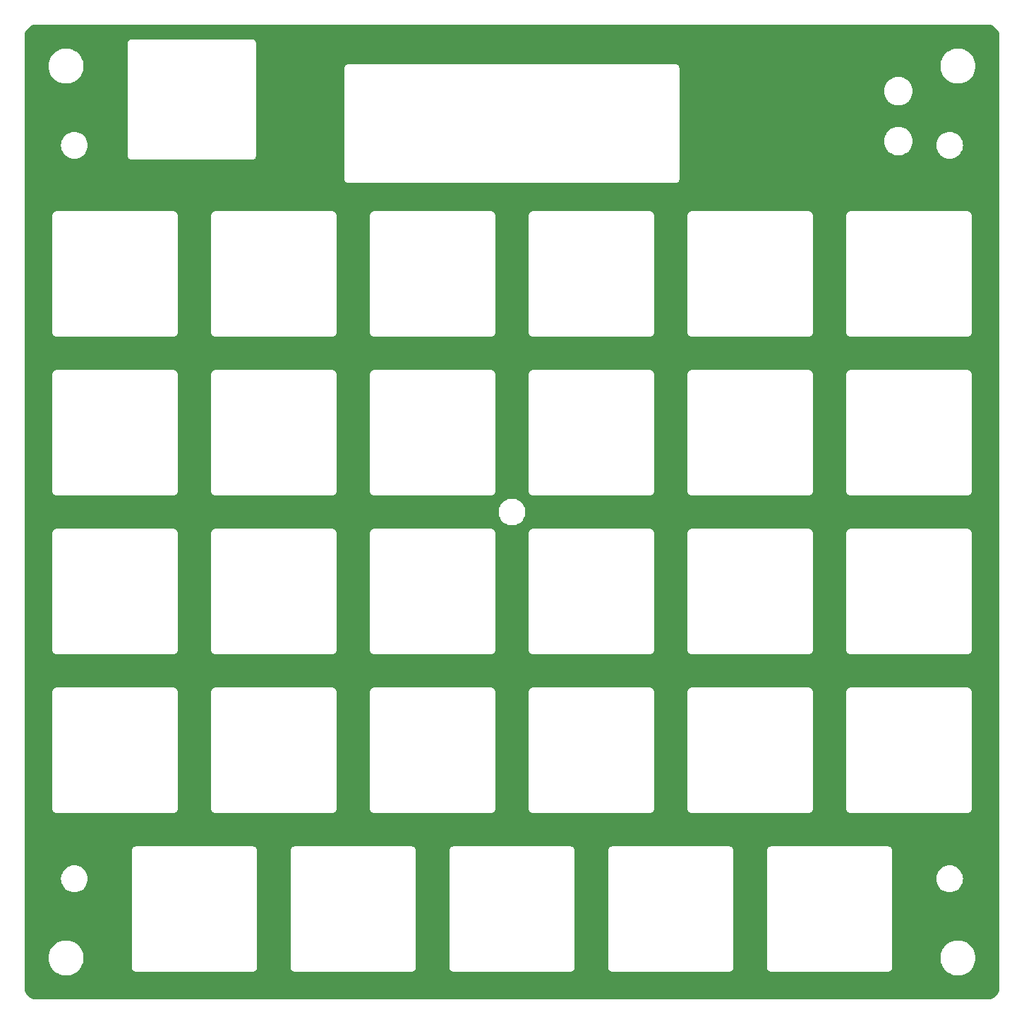
<source format=gbr>
%TF.GenerationSoftware,KiCad,Pcbnew,8.0.4*%
%TF.CreationDate,2024-09-16T13:52:17+09:00*%
%TF.ProjectId,yuiop29re-topplate,7975696f-7032-4397-9265-2d746f70706c,1*%
%TF.SameCoordinates,Original*%
%TF.FileFunction,Copper,L2,Bot*%
%TF.FilePolarity,Positive*%
%FSLAX46Y46*%
G04 Gerber Fmt 4.6, Leading zero omitted, Abs format (unit mm)*
G04 Created by KiCad (PCBNEW 8.0.4) date 2024-09-16 13:52:17*
%MOMM*%
%LPD*%
G01*
G04 APERTURE LIST*
G04 APERTURE END LIST*
%TA.AperFunction,Conductor*%
%TO.N,GND*%
G36*
X207003522Y-41500752D02*
G01*
X207028505Y-41502538D01*
X207206345Y-41515258D01*
X207220308Y-41517265D01*
X207415549Y-41559737D01*
X207429088Y-41563713D01*
X207616292Y-41633537D01*
X207629118Y-41639394D01*
X207804476Y-41735146D01*
X207816356Y-41742781D01*
X207976294Y-41862509D01*
X207986966Y-41871756D01*
X208128243Y-42013033D01*
X208137493Y-42023709D01*
X208257218Y-42183643D01*
X208264854Y-42195525D01*
X208360602Y-42370875D01*
X208366466Y-42383715D01*
X208436284Y-42570904D01*
X208440264Y-42584457D01*
X208482732Y-42779681D01*
X208484742Y-42793662D01*
X208499248Y-42996476D01*
X208499500Y-43003539D01*
X208499500Y-156996460D01*
X208499248Y-157003523D01*
X208484742Y-157206337D01*
X208482732Y-157220318D01*
X208440264Y-157415542D01*
X208436284Y-157429095D01*
X208366466Y-157616284D01*
X208360598Y-157629133D01*
X208264854Y-157804474D01*
X208257218Y-157816356D01*
X208137493Y-157976290D01*
X208128243Y-157986966D01*
X207986966Y-158128243D01*
X207976290Y-158137493D01*
X207816356Y-158257218D01*
X207804474Y-158264854D01*
X207629133Y-158360598D01*
X207616284Y-158366466D01*
X207429095Y-158436284D01*
X207415542Y-158440264D01*
X207220318Y-158482732D01*
X207206337Y-158484742D01*
X207003523Y-158499248D01*
X206996460Y-158499500D01*
X93003540Y-158499500D01*
X92996477Y-158499248D01*
X92793662Y-158484742D01*
X92779681Y-158482732D01*
X92584457Y-158440264D01*
X92570904Y-158436284D01*
X92383715Y-158366466D01*
X92370875Y-158360602D01*
X92195525Y-158264854D01*
X92183643Y-158257218D01*
X92023709Y-158137493D01*
X92013033Y-158128243D01*
X91871756Y-157986966D01*
X91862506Y-157976290D01*
X91742781Y-157816356D01*
X91735145Y-157804474D01*
X91702815Y-157745266D01*
X91639394Y-157629118D01*
X91633537Y-157616292D01*
X91563713Y-157429088D01*
X91559737Y-157415549D01*
X91517265Y-157220308D01*
X91515258Y-157206345D01*
X91500752Y-157003522D01*
X91500500Y-156996460D01*
X91500500Y-153499996D01*
X94394592Y-153499996D01*
X94394592Y-153500003D01*
X94414201Y-153786682D01*
X94414202Y-153786686D01*
X94472666Y-154068032D01*
X94496431Y-154134900D01*
X94568895Y-154338795D01*
X94701098Y-154593934D01*
X94866734Y-154828590D01*
X94866811Y-154828698D01*
X95062947Y-155038708D01*
X95285853Y-155220055D01*
X95285859Y-155220059D01*
X95285861Y-155220060D01*
X95531370Y-155369358D01*
X95531382Y-155369365D01*
X95718237Y-155450526D01*
X95794942Y-155483844D01*
X96071642Y-155561371D01*
X96356322Y-155600500D01*
X96356328Y-155600500D01*
X96643672Y-155600500D01*
X96643678Y-155600500D01*
X96928358Y-155561371D01*
X97205058Y-155483844D01*
X97366351Y-155413784D01*
X97468617Y-155369365D01*
X97468620Y-155369362D01*
X97468625Y-155369361D01*
X97714147Y-155220055D01*
X97937053Y-155038708D01*
X98133189Y-154828698D01*
X98298901Y-154593936D01*
X98431104Y-154338797D01*
X98527334Y-154068032D01*
X98585798Y-153786686D01*
X98605408Y-153500000D01*
X98585798Y-153213314D01*
X98527334Y-152931968D01*
X98431104Y-152661203D01*
X98298901Y-152406064D01*
X98133189Y-152171302D01*
X97937053Y-151961292D01*
X97714147Y-151779945D01*
X97714142Y-151779942D01*
X97714138Y-151779939D01*
X97468629Y-151630641D01*
X97468617Y-151630634D01*
X97205063Y-151516158D01*
X97205061Y-151516157D01*
X97205058Y-151516156D01*
X96928358Y-151438629D01*
X96643678Y-151399500D01*
X96356322Y-151399500D01*
X96071642Y-151438629D01*
X95794942Y-151516156D01*
X95794939Y-151516156D01*
X95794936Y-151516158D01*
X95531382Y-151630634D01*
X95531370Y-151630641D01*
X95285861Y-151779939D01*
X95285847Y-151779949D01*
X95062952Y-151961287D01*
X95062951Y-151961288D01*
X94866810Y-152171303D01*
X94866805Y-152171309D01*
X94701098Y-152406065D01*
X94568895Y-152661204D01*
X94534042Y-152759272D01*
X94476498Y-152921188D01*
X94472665Y-152931972D01*
X94414203Y-153213308D01*
X94414201Y-153213317D01*
X94394592Y-153499996D01*
X91500500Y-153499996D01*
X91500500Y-144000000D01*
X95894551Y-144000000D01*
X95914316Y-144251146D01*
X95973127Y-144496113D01*
X96069532Y-144728856D01*
X96069535Y-144728862D01*
X96201162Y-144943656D01*
X96201164Y-144943659D01*
X96364776Y-145135224D01*
X96556341Y-145298836D01*
X96556343Y-145298837D01*
X96771137Y-145430464D01*
X96771143Y-145430467D01*
X97003887Y-145526872D01*
X97003889Y-145526873D01*
X97248852Y-145585683D01*
X97500000Y-145605449D01*
X97751148Y-145585683D01*
X97996111Y-145526873D01*
X98228859Y-145430466D01*
X98443659Y-145298836D01*
X98635224Y-145135224D01*
X98798836Y-144943659D01*
X98930466Y-144728859D01*
X99026873Y-144496111D01*
X99085683Y-144251148D01*
X99105449Y-144000000D01*
X99085683Y-143748852D01*
X99026873Y-143503889D01*
X98930466Y-143271141D01*
X98798836Y-143056341D01*
X98635224Y-142864776D01*
X98635217Y-142864770D01*
X98635214Y-142864767D01*
X98443664Y-142701168D01*
X98443656Y-142701162D01*
X98228862Y-142569535D01*
X98228856Y-142569532D01*
X97996112Y-142473127D01*
X97996113Y-142473127D01*
X97751146Y-142414316D01*
X97500000Y-142394551D01*
X97248853Y-142414316D01*
X97003886Y-142473127D01*
X96771143Y-142569532D01*
X96771137Y-142569535D01*
X96556343Y-142701162D01*
X96556335Y-142701168D01*
X96364785Y-142864767D01*
X96364767Y-142864785D01*
X96201168Y-143056335D01*
X96201162Y-143056343D01*
X96069535Y-143271137D01*
X96069532Y-143271143D01*
X95973127Y-143503886D01*
X95914316Y-143748853D01*
X95894551Y-144000000D01*
X91500500Y-144000000D01*
X91500500Y-140548708D01*
X104389100Y-140548708D01*
X104389100Y-154569508D01*
X104389100Y-154701292D01*
X104419179Y-154813551D01*
X104423209Y-154828590D01*
X104489096Y-154942709D01*
X104489098Y-154942711D01*
X104489100Y-154942714D01*
X104582286Y-155035900D01*
X104582288Y-155035901D01*
X104582290Y-155035903D01*
X104696410Y-155101790D01*
X104696408Y-155101790D01*
X104696412Y-155101791D01*
X104696414Y-155101792D01*
X104823708Y-155135900D01*
X104823710Y-155135900D01*
X118976290Y-155135900D01*
X118976292Y-155135900D01*
X119103586Y-155101792D01*
X119103588Y-155101790D01*
X119103590Y-155101790D01*
X119217709Y-155035903D01*
X119217709Y-155035902D01*
X119217714Y-155035900D01*
X119310900Y-154942714D01*
X119310903Y-154942709D01*
X119376790Y-154828590D01*
X119376790Y-154828588D01*
X119376792Y-154828586D01*
X119410900Y-154701292D01*
X119410900Y-140548708D01*
X123439100Y-140548708D01*
X123439100Y-154569508D01*
X123439100Y-154701292D01*
X123469179Y-154813551D01*
X123473209Y-154828590D01*
X123539096Y-154942709D01*
X123539098Y-154942711D01*
X123539100Y-154942714D01*
X123632286Y-155035900D01*
X123632288Y-155035901D01*
X123632290Y-155035903D01*
X123746410Y-155101790D01*
X123746408Y-155101790D01*
X123746412Y-155101791D01*
X123746414Y-155101792D01*
X123873708Y-155135900D01*
X123873710Y-155135900D01*
X138026290Y-155135900D01*
X138026292Y-155135900D01*
X138153586Y-155101792D01*
X138153588Y-155101790D01*
X138153590Y-155101790D01*
X138267709Y-155035903D01*
X138267709Y-155035902D01*
X138267714Y-155035900D01*
X138360900Y-154942714D01*
X138360903Y-154942709D01*
X138426790Y-154828590D01*
X138426790Y-154828588D01*
X138426792Y-154828586D01*
X138460900Y-154701292D01*
X138460900Y-140548708D01*
X142489100Y-140548708D01*
X142489100Y-154569508D01*
X142489100Y-154701292D01*
X142519179Y-154813551D01*
X142523209Y-154828590D01*
X142589096Y-154942709D01*
X142589098Y-154942711D01*
X142589100Y-154942714D01*
X142682286Y-155035900D01*
X142682288Y-155035901D01*
X142682290Y-155035903D01*
X142796410Y-155101790D01*
X142796408Y-155101790D01*
X142796412Y-155101791D01*
X142796414Y-155101792D01*
X142923708Y-155135900D01*
X142923710Y-155135900D01*
X157076290Y-155135900D01*
X157076292Y-155135900D01*
X157203586Y-155101792D01*
X157203588Y-155101790D01*
X157203590Y-155101790D01*
X157317709Y-155035903D01*
X157317709Y-155035902D01*
X157317714Y-155035900D01*
X157410900Y-154942714D01*
X157410903Y-154942709D01*
X157476790Y-154828590D01*
X157476790Y-154828588D01*
X157476792Y-154828586D01*
X157510900Y-154701292D01*
X157510900Y-140548708D01*
X161539100Y-140548708D01*
X161539100Y-154569508D01*
X161539100Y-154701292D01*
X161569179Y-154813551D01*
X161573209Y-154828590D01*
X161639096Y-154942709D01*
X161639098Y-154942711D01*
X161639100Y-154942714D01*
X161732286Y-155035900D01*
X161732288Y-155035901D01*
X161732290Y-155035903D01*
X161846410Y-155101790D01*
X161846408Y-155101790D01*
X161846412Y-155101791D01*
X161846414Y-155101792D01*
X161973708Y-155135900D01*
X161973710Y-155135900D01*
X176126290Y-155135900D01*
X176126292Y-155135900D01*
X176253586Y-155101792D01*
X176253588Y-155101790D01*
X176253590Y-155101790D01*
X176367709Y-155035903D01*
X176367709Y-155035902D01*
X176367714Y-155035900D01*
X176460900Y-154942714D01*
X176460903Y-154942709D01*
X176526790Y-154828590D01*
X176526790Y-154828588D01*
X176526792Y-154828586D01*
X176560900Y-154701292D01*
X176560900Y-140548708D01*
X180589100Y-140548708D01*
X180589100Y-154569508D01*
X180589100Y-154701292D01*
X180619179Y-154813551D01*
X180623209Y-154828590D01*
X180689096Y-154942709D01*
X180689098Y-154942711D01*
X180689100Y-154942714D01*
X180782286Y-155035900D01*
X180782288Y-155035901D01*
X180782290Y-155035903D01*
X180896410Y-155101790D01*
X180896408Y-155101790D01*
X180896412Y-155101791D01*
X180896414Y-155101792D01*
X181023708Y-155135900D01*
X181023710Y-155135900D01*
X195176290Y-155135900D01*
X195176292Y-155135900D01*
X195303586Y-155101792D01*
X195303588Y-155101790D01*
X195303590Y-155101790D01*
X195417709Y-155035903D01*
X195417709Y-155035902D01*
X195417714Y-155035900D01*
X195510900Y-154942714D01*
X195510903Y-154942709D01*
X195576790Y-154828590D01*
X195576790Y-154828588D01*
X195576792Y-154828586D01*
X195610900Y-154701292D01*
X195610900Y-153499996D01*
X201394592Y-153499996D01*
X201394592Y-153500003D01*
X201414201Y-153786682D01*
X201414202Y-153786686D01*
X201472666Y-154068032D01*
X201496431Y-154134900D01*
X201568895Y-154338795D01*
X201701098Y-154593934D01*
X201866734Y-154828590D01*
X201866811Y-154828698D01*
X202062947Y-155038708D01*
X202285853Y-155220055D01*
X202285859Y-155220059D01*
X202285861Y-155220060D01*
X202531370Y-155369358D01*
X202531382Y-155369365D01*
X202718237Y-155450526D01*
X202794942Y-155483844D01*
X203071642Y-155561371D01*
X203356322Y-155600500D01*
X203356328Y-155600500D01*
X203643672Y-155600500D01*
X203643678Y-155600500D01*
X203928358Y-155561371D01*
X204205058Y-155483844D01*
X204366351Y-155413784D01*
X204468617Y-155369365D01*
X204468620Y-155369362D01*
X204468625Y-155369361D01*
X204714147Y-155220055D01*
X204937053Y-155038708D01*
X205133189Y-154828698D01*
X205298901Y-154593936D01*
X205431104Y-154338797D01*
X205527334Y-154068032D01*
X205585798Y-153786686D01*
X205605408Y-153500000D01*
X205585798Y-153213314D01*
X205527334Y-152931968D01*
X205431104Y-152661203D01*
X205298901Y-152406064D01*
X205133189Y-152171302D01*
X204937053Y-151961292D01*
X204714147Y-151779945D01*
X204714142Y-151779942D01*
X204714138Y-151779939D01*
X204468629Y-151630641D01*
X204468617Y-151630634D01*
X204205063Y-151516158D01*
X204205061Y-151516157D01*
X204205058Y-151516156D01*
X203928358Y-151438629D01*
X203643678Y-151399500D01*
X203356322Y-151399500D01*
X203071642Y-151438629D01*
X202794942Y-151516156D01*
X202794939Y-151516156D01*
X202794936Y-151516158D01*
X202531382Y-151630634D01*
X202531370Y-151630641D01*
X202285861Y-151779939D01*
X202285847Y-151779949D01*
X202062952Y-151961287D01*
X202062951Y-151961288D01*
X201866810Y-152171303D01*
X201866805Y-152171309D01*
X201701098Y-152406065D01*
X201568895Y-152661204D01*
X201534042Y-152759272D01*
X201476498Y-152921188D01*
X201472665Y-152931972D01*
X201414203Y-153213308D01*
X201414201Y-153213317D01*
X201394592Y-153499996D01*
X195610900Y-153499996D01*
X195610900Y-144000000D01*
X200894551Y-144000000D01*
X200914316Y-144251146D01*
X200973127Y-144496113D01*
X201069532Y-144728856D01*
X201069535Y-144728862D01*
X201201162Y-144943656D01*
X201201164Y-144943659D01*
X201364776Y-145135224D01*
X201556341Y-145298836D01*
X201556343Y-145298837D01*
X201771137Y-145430464D01*
X201771143Y-145430467D01*
X202003887Y-145526872D01*
X202003889Y-145526873D01*
X202248852Y-145585683D01*
X202500000Y-145605449D01*
X202751148Y-145585683D01*
X202996111Y-145526873D01*
X203228859Y-145430466D01*
X203443659Y-145298836D01*
X203635224Y-145135224D01*
X203798836Y-144943659D01*
X203930466Y-144728859D01*
X204026873Y-144496111D01*
X204085683Y-144251148D01*
X204105449Y-144000000D01*
X204085683Y-143748852D01*
X204026873Y-143503889D01*
X203930466Y-143271141D01*
X203798836Y-143056341D01*
X203635224Y-142864776D01*
X203635217Y-142864770D01*
X203635214Y-142864767D01*
X203443664Y-142701168D01*
X203443656Y-142701162D01*
X203228862Y-142569535D01*
X203228856Y-142569532D01*
X202996112Y-142473127D01*
X202996113Y-142473127D01*
X202751146Y-142414316D01*
X202500000Y-142394551D01*
X202248853Y-142414316D01*
X202003886Y-142473127D01*
X201771143Y-142569532D01*
X201771137Y-142569535D01*
X201556343Y-142701162D01*
X201556335Y-142701168D01*
X201364785Y-142864767D01*
X201364767Y-142864785D01*
X201201168Y-143056335D01*
X201201162Y-143056343D01*
X201069535Y-143271137D01*
X201069532Y-143271143D01*
X200973127Y-143503886D01*
X200914316Y-143748853D01*
X200894551Y-144000000D01*
X195610900Y-144000000D01*
X195610900Y-140548708D01*
X195576792Y-140421414D01*
X195576790Y-140421411D01*
X195576790Y-140421409D01*
X195510903Y-140307290D01*
X195510901Y-140307288D01*
X195510900Y-140307286D01*
X195417714Y-140214100D01*
X195417711Y-140214098D01*
X195417709Y-140214096D01*
X195303589Y-140148209D01*
X195303591Y-140148209D01*
X195254199Y-140134975D01*
X195176292Y-140114100D01*
X181155492Y-140114100D01*
X181023708Y-140114100D01*
X180945800Y-140134975D01*
X180896409Y-140148209D01*
X180782290Y-140214096D01*
X180689096Y-140307290D01*
X180623209Y-140421409D01*
X180623208Y-140421414D01*
X180589100Y-140548708D01*
X176560900Y-140548708D01*
X176526792Y-140421414D01*
X176526790Y-140421411D01*
X176526790Y-140421409D01*
X176460903Y-140307290D01*
X176460901Y-140307288D01*
X176460900Y-140307286D01*
X176367714Y-140214100D01*
X176367711Y-140214098D01*
X176367709Y-140214096D01*
X176253589Y-140148209D01*
X176253591Y-140148209D01*
X176204199Y-140134975D01*
X176126292Y-140114100D01*
X162105492Y-140114100D01*
X161973708Y-140114100D01*
X161895800Y-140134975D01*
X161846409Y-140148209D01*
X161732290Y-140214096D01*
X161639096Y-140307290D01*
X161573209Y-140421409D01*
X161573208Y-140421414D01*
X161539100Y-140548708D01*
X157510900Y-140548708D01*
X157476792Y-140421414D01*
X157476790Y-140421411D01*
X157476790Y-140421409D01*
X157410903Y-140307290D01*
X157410901Y-140307288D01*
X157410900Y-140307286D01*
X157317714Y-140214100D01*
X157317711Y-140214098D01*
X157317709Y-140214096D01*
X157203589Y-140148209D01*
X157203591Y-140148209D01*
X157154199Y-140134975D01*
X157076292Y-140114100D01*
X143055492Y-140114100D01*
X142923708Y-140114100D01*
X142845800Y-140134975D01*
X142796409Y-140148209D01*
X142682290Y-140214096D01*
X142589096Y-140307290D01*
X142523209Y-140421409D01*
X142523208Y-140421414D01*
X142489100Y-140548708D01*
X138460900Y-140548708D01*
X138426792Y-140421414D01*
X138426790Y-140421411D01*
X138426790Y-140421409D01*
X138360903Y-140307290D01*
X138360901Y-140307288D01*
X138360900Y-140307286D01*
X138267714Y-140214100D01*
X138267711Y-140214098D01*
X138267709Y-140214096D01*
X138153589Y-140148209D01*
X138153591Y-140148209D01*
X138104199Y-140134975D01*
X138026292Y-140114100D01*
X124005492Y-140114100D01*
X123873708Y-140114100D01*
X123795800Y-140134975D01*
X123746409Y-140148209D01*
X123632290Y-140214096D01*
X123539096Y-140307290D01*
X123473209Y-140421409D01*
X123473208Y-140421414D01*
X123439100Y-140548708D01*
X119410900Y-140548708D01*
X119376792Y-140421414D01*
X119376790Y-140421411D01*
X119376790Y-140421409D01*
X119310903Y-140307290D01*
X119310901Y-140307288D01*
X119310900Y-140307286D01*
X119217714Y-140214100D01*
X119217711Y-140214098D01*
X119217709Y-140214096D01*
X119103589Y-140148209D01*
X119103591Y-140148209D01*
X119054199Y-140134975D01*
X118976292Y-140114100D01*
X104955492Y-140114100D01*
X104823708Y-140114100D01*
X104745800Y-140134975D01*
X104696409Y-140148209D01*
X104582290Y-140214096D01*
X104489096Y-140307290D01*
X104423209Y-140421409D01*
X104423208Y-140421414D01*
X104389100Y-140548708D01*
X91500500Y-140548708D01*
X91500500Y-121498708D01*
X94864100Y-121498708D01*
X94864100Y-135519508D01*
X94864100Y-135651292D01*
X94894179Y-135763551D01*
X94898209Y-135778590D01*
X94964096Y-135892709D01*
X94964098Y-135892711D01*
X94964100Y-135892714D01*
X95057286Y-135985900D01*
X95057288Y-135985901D01*
X95057290Y-135985903D01*
X95171410Y-136051790D01*
X95171408Y-136051790D01*
X95171412Y-136051791D01*
X95171414Y-136051792D01*
X95298708Y-136085900D01*
X95298710Y-136085900D01*
X109451290Y-136085900D01*
X109451292Y-136085900D01*
X109578586Y-136051792D01*
X109578588Y-136051790D01*
X109578590Y-136051790D01*
X109692709Y-135985903D01*
X109692709Y-135985902D01*
X109692714Y-135985900D01*
X109785900Y-135892714D01*
X109851792Y-135778586D01*
X109885900Y-135651292D01*
X109885900Y-121498708D01*
X113914100Y-121498708D01*
X113914100Y-135519508D01*
X113914100Y-135651292D01*
X113944179Y-135763551D01*
X113948209Y-135778590D01*
X114014096Y-135892709D01*
X114014098Y-135892711D01*
X114014100Y-135892714D01*
X114107286Y-135985900D01*
X114107288Y-135985901D01*
X114107290Y-135985903D01*
X114221410Y-136051790D01*
X114221408Y-136051790D01*
X114221412Y-136051791D01*
X114221414Y-136051792D01*
X114348708Y-136085900D01*
X114348710Y-136085900D01*
X128501290Y-136085900D01*
X128501292Y-136085900D01*
X128628586Y-136051792D01*
X128628588Y-136051790D01*
X128628590Y-136051790D01*
X128742709Y-135985903D01*
X128742709Y-135985902D01*
X128742714Y-135985900D01*
X128835900Y-135892714D01*
X128901792Y-135778586D01*
X128935900Y-135651292D01*
X128935900Y-121498708D01*
X132964100Y-121498708D01*
X132964100Y-135519508D01*
X132964100Y-135651292D01*
X132994179Y-135763551D01*
X132998209Y-135778590D01*
X133064096Y-135892709D01*
X133064098Y-135892711D01*
X133064100Y-135892714D01*
X133157286Y-135985900D01*
X133157288Y-135985901D01*
X133157290Y-135985903D01*
X133271410Y-136051790D01*
X133271408Y-136051790D01*
X133271412Y-136051791D01*
X133271414Y-136051792D01*
X133398708Y-136085900D01*
X133398710Y-136085900D01*
X147551290Y-136085900D01*
X147551292Y-136085900D01*
X147678586Y-136051792D01*
X147678588Y-136051790D01*
X147678590Y-136051790D01*
X147792709Y-135985903D01*
X147792709Y-135985902D01*
X147792714Y-135985900D01*
X147885900Y-135892714D01*
X147951792Y-135778586D01*
X147985900Y-135651292D01*
X147985900Y-121498708D01*
X152014100Y-121498708D01*
X152014100Y-135519508D01*
X152014100Y-135651292D01*
X152044179Y-135763551D01*
X152048209Y-135778590D01*
X152114096Y-135892709D01*
X152114098Y-135892711D01*
X152114100Y-135892714D01*
X152207286Y-135985900D01*
X152207288Y-135985901D01*
X152207290Y-135985903D01*
X152321410Y-136051790D01*
X152321408Y-136051790D01*
X152321412Y-136051791D01*
X152321414Y-136051792D01*
X152448708Y-136085900D01*
X152448710Y-136085900D01*
X166601290Y-136085900D01*
X166601292Y-136085900D01*
X166728586Y-136051792D01*
X166728588Y-136051790D01*
X166728590Y-136051790D01*
X166842709Y-135985903D01*
X166842709Y-135985902D01*
X166842714Y-135985900D01*
X166935900Y-135892714D01*
X167001792Y-135778586D01*
X167035900Y-135651292D01*
X167035900Y-121498708D01*
X171064100Y-121498708D01*
X171064100Y-135519508D01*
X171064100Y-135651292D01*
X171094179Y-135763551D01*
X171098209Y-135778590D01*
X171164096Y-135892709D01*
X171164098Y-135892711D01*
X171164100Y-135892714D01*
X171257286Y-135985900D01*
X171257288Y-135985901D01*
X171257290Y-135985903D01*
X171371410Y-136051790D01*
X171371408Y-136051790D01*
X171371412Y-136051791D01*
X171371414Y-136051792D01*
X171498708Y-136085900D01*
X171498710Y-136085900D01*
X185651290Y-136085900D01*
X185651292Y-136085900D01*
X185778586Y-136051792D01*
X185778588Y-136051790D01*
X185778590Y-136051790D01*
X185892709Y-135985903D01*
X185892709Y-135985902D01*
X185892714Y-135985900D01*
X185985900Y-135892714D01*
X186051792Y-135778586D01*
X186085900Y-135651292D01*
X186085900Y-121498708D01*
X190114100Y-121498708D01*
X190114100Y-135519508D01*
X190114100Y-135651292D01*
X190144179Y-135763551D01*
X190148209Y-135778590D01*
X190214096Y-135892709D01*
X190214098Y-135892711D01*
X190214100Y-135892714D01*
X190307286Y-135985900D01*
X190307288Y-135985901D01*
X190307290Y-135985903D01*
X190421410Y-136051790D01*
X190421408Y-136051790D01*
X190421412Y-136051791D01*
X190421414Y-136051792D01*
X190548708Y-136085900D01*
X190548710Y-136085900D01*
X204701290Y-136085900D01*
X204701292Y-136085900D01*
X204828586Y-136051792D01*
X204828588Y-136051790D01*
X204828590Y-136051790D01*
X204942709Y-135985903D01*
X204942709Y-135985902D01*
X204942714Y-135985900D01*
X205035900Y-135892714D01*
X205101792Y-135778586D01*
X205135900Y-135651292D01*
X205135900Y-121498708D01*
X205101792Y-121371414D01*
X205101790Y-121371411D01*
X205101790Y-121371409D01*
X205035903Y-121257290D01*
X205035901Y-121257288D01*
X205035900Y-121257286D01*
X204942714Y-121164100D01*
X204942711Y-121164098D01*
X204942709Y-121164096D01*
X204828589Y-121098209D01*
X204828591Y-121098209D01*
X204779199Y-121084975D01*
X204701292Y-121064100D01*
X190680492Y-121064100D01*
X190548708Y-121064100D01*
X190470800Y-121084975D01*
X190421409Y-121098209D01*
X190307290Y-121164096D01*
X190214096Y-121257290D01*
X190148209Y-121371409D01*
X190148208Y-121371414D01*
X190114100Y-121498708D01*
X186085900Y-121498708D01*
X186051792Y-121371414D01*
X186051790Y-121371411D01*
X186051790Y-121371409D01*
X185985903Y-121257290D01*
X185985901Y-121257288D01*
X185985900Y-121257286D01*
X185892714Y-121164100D01*
X185892711Y-121164098D01*
X185892709Y-121164096D01*
X185778589Y-121098209D01*
X185778591Y-121098209D01*
X185729199Y-121084975D01*
X185651292Y-121064100D01*
X171630492Y-121064100D01*
X171498708Y-121064100D01*
X171420800Y-121084975D01*
X171371409Y-121098209D01*
X171257290Y-121164096D01*
X171164096Y-121257290D01*
X171098209Y-121371409D01*
X171098208Y-121371414D01*
X171064100Y-121498708D01*
X167035900Y-121498708D01*
X167001792Y-121371414D01*
X167001790Y-121371411D01*
X167001790Y-121371409D01*
X166935903Y-121257290D01*
X166935901Y-121257288D01*
X166935900Y-121257286D01*
X166842714Y-121164100D01*
X166842711Y-121164098D01*
X166842709Y-121164096D01*
X166728589Y-121098209D01*
X166728591Y-121098209D01*
X166679199Y-121084975D01*
X166601292Y-121064100D01*
X152580492Y-121064100D01*
X152448708Y-121064100D01*
X152370800Y-121084975D01*
X152321409Y-121098209D01*
X152207290Y-121164096D01*
X152114096Y-121257290D01*
X152048209Y-121371409D01*
X152048208Y-121371414D01*
X152014100Y-121498708D01*
X147985900Y-121498708D01*
X147951792Y-121371414D01*
X147951790Y-121371411D01*
X147951790Y-121371409D01*
X147885903Y-121257290D01*
X147885901Y-121257288D01*
X147885900Y-121257286D01*
X147792714Y-121164100D01*
X147792711Y-121164098D01*
X147792709Y-121164096D01*
X147678589Y-121098209D01*
X147678591Y-121098209D01*
X147629199Y-121084975D01*
X147551292Y-121064100D01*
X133530492Y-121064100D01*
X133398708Y-121064100D01*
X133320800Y-121084975D01*
X133271409Y-121098209D01*
X133157290Y-121164096D01*
X133064096Y-121257290D01*
X132998209Y-121371409D01*
X132998208Y-121371414D01*
X132964100Y-121498708D01*
X128935900Y-121498708D01*
X128901792Y-121371414D01*
X128901790Y-121371411D01*
X128901790Y-121371409D01*
X128835903Y-121257290D01*
X128835901Y-121257288D01*
X128835900Y-121257286D01*
X128742714Y-121164100D01*
X128742711Y-121164098D01*
X128742709Y-121164096D01*
X128628589Y-121098209D01*
X128628591Y-121098209D01*
X128579199Y-121084975D01*
X128501292Y-121064100D01*
X114480492Y-121064100D01*
X114348708Y-121064100D01*
X114270800Y-121084975D01*
X114221409Y-121098209D01*
X114107290Y-121164096D01*
X114014096Y-121257290D01*
X113948209Y-121371409D01*
X113948208Y-121371414D01*
X113914100Y-121498708D01*
X109885900Y-121498708D01*
X109851792Y-121371414D01*
X109851790Y-121371411D01*
X109851790Y-121371409D01*
X109785903Y-121257290D01*
X109785901Y-121257288D01*
X109785900Y-121257286D01*
X109692714Y-121164100D01*
X109692711Y-121164098D01*
X109692709Y-121164096D01*
X109578589Y-121098209D01*
X109578591Y-121098209D01*
X109529199Y-121084975D01*
X109451292Y-121064100D01*
X95430492Y-121064100D01*
X95298708Y-121064100D01*
X95220800Y-121084975D01*
X95171409Y-121098209D01*
X95057290Y-121164096D01*
X94964096Y-121257290D01*
X94898209Y-121371409D01*
X94898208Y-121371414D01*
X94864100Y-121498708D01*
X91500500Y-121498708D01*
X91500500Y-102448708D01*
X94864100Y-102448708D01*
X94864100Y-116469508D01*
X94864100Y-116601292D01*
X94894179Y-116713551D01*
X94898209Y-116728590D01*
X94964096Y-116842709D01*
X94964098Y-116842711D01*
X94964100Y-116842714D01*
X95057286Y-116935900D01*
X95057288Y-116935901D01*
X95057290Y-116935903D01*
X95171410Y-117001790D01*
X95171408Y-117001790D01*
X95171412Y-117001791D01*
X95171414Y-117001792D01*
X95298708Y-117035900D01*
X95298710Y-117035900D01*
X109451290Y-117035900D01*
X109451292Y-117035900D01*
X109578586Y-117001792D01*
X109578588Y-117001790D01*
X109578590Y-117001790D01*
X109692709Y-116935903D01*
X109692709Y-116935902D01*
X109692714Y-116935900D01*
X109785900Y-116842714D01*
X109851792Y-116728586D01*
X109885900Y-116601292D01*
X109885900Y-102448708D01*
X113914100Y-102448708D01*
X113914100Y-116469508D01*
X113914100Y-116601292D01*
X113944179Y-116713551D01*
X113948209Y-116728590D01*
X114014096Y-116842709D01*
X114014098Y-116842711D01*
X114014100Y-116842714D01*
X114107286Y-116935900D01*
X114107288Y-116935901D01*
X114107290Y-116935903D01*
X114221410Y-117001790D01*
X114221408Y-117001790D01*
X114221412Y-117001791D01*
X114221414Y-117001792D01*
X114348708Y-117035900D01*
X114348710Y-117035900D01*
X128501290Y-117035900D01*
X128501292Y-117035900D01*
X128628586Y-117001792D01*
X128628588Y-117001790D01*
X128628590Y-117001790D01*
X128742709Y-116935903D01*
X128742709Y-116935902D01*
X128742714Y-116935900D01*
X128835900Y-116842714D01*
X128901792Y-116728586D01*
X128935900Y-116601292D01*
X128935900Y-102448708D01*
X132964100Y-102448708D01*
X132964100Y-116469508D01*
X132964100Y-116601292D01*
X132994179Y-116713551D01*
X132998209Y-116728590D01*
X133064096Y-116842709D01*
X133064098Y-116842711D01*
X133064100Y-116842714D01*
X133157286Y-116935900D01*
X133157288Y-116935901D01*
X133157290Y-116935903D01*
X133271410Y-117001790D01*
X133271408Y-117001790D01*
X133271412Y-117001791D01*
X133271414Y-117001792D01*
X133398708Y-117035900D01*
X133398710Y-117035900D01*
X147551290Y-117035900D01*
X147551292Y-117035900D01*
X147678586Y-117001792D01*
X147678588Y-117001790D01*
X147678590Y-117001790D01*
X147792709Y-116935903D01*
X147792709Y-116935902D01*
X147792714Y-116935900D01*
X147885900Y-116842714D01*
X147951792Y-116728586D01*
X147985900Y-116601292D01*
X147985900Y-102448708D01*
X152014100Y-102448708D01*
X152014100Y-116469508D01*
X152014100Y-116601292D01*
X152044179Y-116713551D01*
X152048209Y-116728590D01*
X152114096Y-116842709D01*
X152114098Y-116842711D01*
X152114100Y-116842714D01*
X152207286Y-116935900D01*
X152207288Y-116935901D01*
X152207290Y-116935903D01*
X152321410Y-117001790D01*
X152321408Y-117001790D01*
X152321412Y-117001791D01*
X152321414Y-117001792D01*
X152448708Y-117035900D01*
X152448710Y-117035900D01*
X166601290Y-117035900D01*
X166601292Y-117035900D01*
X166728586Y-117001792D01*
X166728588Y-117001790D01*
X166728590Y-117001790D01*
X166842709Y-116935903D01*
X166842709Y-116935902D01*
X166842714Y-116935900D01*
X166935900Y-116842714D01*
X167001792Y-116728586D01*
X167035900Y-116601292D01*
X167035900Y-102448708D01*
X171064100Y-102448708D01*
X171064100Y-116469508D01*
X171064100Y-116601292D01*
X171094179Y-116713551D01*
X171098209Y-116728590D01*
X171164096Y-116842709D01*
X171164098Y-116842711D01*
X171164100Y-116842714D01*
X171257286Y-116935900D01*
X171257288Y-116935901D01*
X171257290Y-116935903D01*
X171371410Y-117001790D01*
X171371408Y-117001790D01*
X171371412Y-117001791D01*
X171371414Y-117001792D01*
X171498708Y-117035900D01*
X171498710Y-117035900D01*
X185651290Y-117035900D01*
X185651292Y-117035900D01*
X185778586Y-117001792D01*
X185778588Y-117001790D01*
X185778590Y-117001790D01*
X185892709Y-116935903D01*
X185892709Y-116935902D01*
X185892714Y-116935900D01*
X185985900Y-116842714D01*
X186051792Y-116728586D01*
X186085900Y-116601292D01*
X186085900Y-102448708D01*
X190114100Y-102448708D01*
X190114100Y-116469508D01*
X190114100Y-116601292D01*
X190144179Y-116713551D01*
X190148209Y-116728590D01*
X190214096Y-116842709D01*
X190214098Y-116842711D01*
X190214100Y-116842714D01*
X190307286Y-116935900D01*
X190307288Y-116935901D01*
X190307290Y-116935903D01*
X190421410Y-117001790D01*
X190421408Y-117001790D01*
X190421412Y-117001791D01*
X190421414Y-117001792D01*
X190548708Y-117035900D01*
X190548710Y-117035900D01*
X204701290Y-117035900D01*
X204701292Y-117035900D01*
X204828586Y-117001792D01*
X204828588Y-117001790D01*
X204828590Y-117001790D01*
X204942709Y-116935903D01*
X204942709Y-116935902D01*
X204942714Y-116935900D01*
X205035900Y-116842714D01*
X205101792Y-116728586D01*
X205135900Y-116601292D01*
X205135900Y-102448708D01*
X205101792Y-102321414D01*
X205101790Y-102321411D01*
X205101790Y-102321409D01*
X205035903Y-102207290D01*
X205035901Y-102207288D01*
X205035900Y-102207286D01*
X204942714Y-102114100D01*
X204942711Y-102114098D01*
X204942709Y-102114096D01*
X204828589Y-102048209D01*
X204828591Y-102048209D01*
X204779199Y-102034975D01*
X204701292Y-102014100D01*
X190680492Y-102014100D01*
X190548708Y-102014100D01*
X190470800Y-102034975D01*
X190421409Y-102048209D01*
X190307290Y-102114096D01*
X190214096Y-102207290D01*
X190148209Y-102321409D01*
X190148208Y-102321414D01*
X190114100Y-102448708D01*
X186085900Y-102448708D01*
X186051792Y-102321414D01*
X186051790Y-102321411D01*
X186051790Y-102321409D01*
X185985903Y-102207290D01*
X185985901Y-102207288D01*
X185985900Y-102207286D01*
X185892714Y-102114100D01*
X185892711Y-102114098D01*
X185892709Y-102114096D01*
X185778589Y-102048209D01*
X185778591Y-102048209D01*
X185729199Y-102034975D01*
X185651292Y-102014100D01*
X171630492Y-102014100D01*
X171498708Y-102014100D01*
X171420800Y-102034975D01*
X171371409Y-102048209D01*
X171257290Y-102114096D01*
X171164096Y-102207290D01*
X171098209Y-102321409D01*
X171098208Y-102321414D01*
X171064100Y-102448708D01*
X167035900Y-102448708D01*
X167001792Y-102321414D01*
X167001790Y-102321411D01*
X167001790Y-102321409D01*
X166935903Y-102207290D01*
X166935901Y-102207288D01*
X166935900Y-102207286D01*
X166842714Y-102114100D01*
X166842711Y-102114098D01*
X166842709Y-102114096D01*
X166728589Y-102048209D01*
X166728591Y-102048209D01*
X166679199Y-102034975D01*
X166601292Y-102014100D01*
X152580492Y-102014100D01*
X152448708Y-102014100D01*
X152370800Y-102034975D01*
X152321409Y-102048209D01*
X152207290Y-102114096D01*
X152114096Y-102207290D01*
X152048209Y-102321409D01*
X152048208Y-102321414D01*
X152014100Y-102448708D01*
X147985900Y-102448708D01*
X147951792Y-102321414D01*
X147951790Y-102321411D01*
X147951790Y-102321409D01*
X147885903Y-102207290D01*
X147885901Y-102207288D01*
X147885900Y-102207286D01*
X147792714Y-102114100D01*
X147792711Y-102114098D01*
X147792709Y-102114096D01*
X147678589Y-102048209D01*
X147678591Y-102048209D01*
X147629199Y-102034975D01*
X147551292Y-102014100D01*
X133530492Y-102014100D01*
X133398708Y-102014100D01*
X133320800Y-102034975D01*
X133271409Y-102048209D01*
X133157290Y-102114096D01*
X133064096Y-102207290D01*
X132998209Y-102321409D01*
X132998208Y-102321414D01*
X132964100Y-102448708D01*
X128935900Y-102448708D01*
X128901792Y-102321414D01*
X128901790Y-102321411D01*
X128901790Y-102321409D01*
X128835903Y-102207290D01*
X128835901Y-102207288D01*
X128835900Y-102207286D01*
X128742714Y-102114100D01*
X128742711Y-102114098D01*
X128742709Y-102114096D01*
X128628589Y-102048209D01*
X128628591Y-102048209D01*
X128579199Y-102034975D01*
X128501292Y-102014100D01*
X114480492Y-102014100D01*
X114348708Y-102014100D01*
X114270800Y-102034975D01*
X114221409Y-102048209D01*
X114107290Y-102114096D01*
X114014096Y-102207290D01*
X113948209Y-102321409D01*
X113948208Y-102321414D01*
X113914100Y-102448708D01*
X109885900Y-102448708D01*
X109851792Y-102321414D01*
X109851790Y-102321411D01*
X109851790Y-102321409D01*
X109785903Y-102207290D01*
X109785901Y-102207288D01*
X109785900Y-102207286D01*
X109692714Y-102114100D01*
X109692711Y-102114098D01*
X109692709Y-102114096D01*
X109578589Y-102048209D01*
X109578591Y-102048209D01*
X109529199Y-102034975D01*
X109451292Y-102014100D01*
X95430492Y-102014100D01*
X95298708Y-102014100D01*
X95220800Y-102034975D01*
X95171409Y-102048209D01*
X95057290Y-102114096D01*
X94964096Y-102207290D01*
X94898209Y-102321409D01*
X94898208Y-102321414D01*
X94864100Y-102448708D01*
X91500500Y-102448708D01*
X91500500Y-100000000D01*
X148394551Y-100000000D01*
X148414316Y-100251146D01*
X148473127Y-100496113D01*
X148569532Y-100728856D01*
X148569535Y-100728862D01*
X148701162Y-100943656D01*
X148701164Y-100943659D01*
X148864776Y-101135224D01*
X149056341Y-101298836D01*
X149056343Y-101298837D01*
X149271137Y-101430464D01*
X149271143Y-101430467D01*
X149503887Y-101526872D01*
X149503889Y-101526873D01*
X149748852Y-101585683D01*
X150000000Y-101605449D01*
X150251148Y-101585683D01*
X150496111Y-101526873D01*
X150728859Y-101430466D01*
X150943659Y-101298836D01*
X151135224Y-101135224D01*
X151298836Y-100943659D01*
X151430466Y-100728859D01*
X151526873Y-100496111D01*
X151585683Y-100251148D01*
X151605449Y-100000000D01*
X151585683Y-99748852D01*
X151526873Y-99503889D01*
X151430466Y-99271141D01*
X151298836Y-99056341D01*
X151135224Y-98864776D01*
X151135217Y-98864770D01*
X151135214Y-98864767D01*
X150943664Y-98701168D01*
X150943656Y-98701162D01*
X150728862Y-98569535D01*
X150728856Y-98569532D01*
X150496112Y-98473127D01*
X150496113Y-98473127D01*
X150251146Y-98414316D01*
X150000000Y-98394551D01*
X149748853Y-98414316D01*
X149503886Y-98473127D01*
X149271143Y-98569532D01*
X149271137Y-98569535D01*
X149056343Y-98701162D01*
X149056335Y-98701168D01*
X148864785Y-98864767D01*
X148864767Y-98864785D01*
X148701168Y-99056335D01*
X148701162Y-99056343D01*
X148569535Y-99271137D01*
X148569532Y-99271143D01*
X148473127Y-99503886D01*
X148414316Y-99748853D01*
X148394551Y-100000000D01*
X91500500Y-100000000D01*
X91500500Y-83398708D01*
X94864100Y-83398708D01*
X94864100Y-97419508D01*
X94864100Y-97551292D01*
X94894179Y-97663551D01*
X94898209Y-97678590D01*
X94964096Y-97792709D01*
X94964098Y-97792711D01*
X94964100Y-97792714D01*
X95057286Y-97885900D01*
X95057288Y-97885901D01*
X95057290Y-97885903D01*
X95171410Y-97951790D01*
X95171408Y-97951790D01*
X95171412Y-97951791D01*
X95171414Y-97951792D01*
X95298708Y-97985900D01*
X95298710Y-97985900D01*
X109451290Y-97985900D01*
X109451292Y-97985900D01*
X109578586Y-97951792D01*
X109578588Y-97951790D01*
X109578590Y-97951790D01*
X109692709Y-97885903D01*
X109692709Y-97885902D01*
X109692714Y-97885900D01*
X109785900Y-97792714D01*
X109851792Y-97678586D01*
X109885900Y-97551292D01*
X109885900Y-83398708D01*
X113914100Y-83398708D01*
X113914100Y-97419508D01*
X113914100Y-97551292D01*
X113944179Y-97663551D01*
X113948209Y-97678590D01*
X114014096Y-97792709D01*
X114014098Y-97792711D01*
X114014100Y-97792714D01*
X114107286Y-97885900D01*
X114107288Y-97885901D01*
X114107290Y-97885903D01*
X114221410Y-97951790D01*
X114221408Y-97951790D01*
X114221412Y-97951791D01*
X114221414Y-97951792D01*
X114348708Y-97985900D01*
X114348710Y-97985900D01*
X128501290Y-97985900D01*
X128501292Y-97985900D01*
X128628586Y-97951792D01*
X128628588Y-97951790D01*
X128628590Y-97951790D01*
X128742709Y-97885903D01*
X128742709Y-97885902D01*
X128742714Y-97885900D01*
X128835900Y-97792714D01*
X128901792Y-97678586D01*
X128935900Y-97551292D01*
X128935900Y-83398708D01*
X132964100Y-83398708D01*
X132964100Y-97419508D01*
X132964100Y-97551292D01*
X132994179Y-97663551D01*
X132998209Y-97678590D01*
X133064096Y-97792709D01*
X133064098Y-97792711D01*
X133064100Y-97792714D01*
X133157286Y-97885900D01*
X133157288Y-97885901D01*
X133157290Y-97885903D01*
X133271410Y-97951790D01*
X133271408Y-97951790D01*
X133271412Y-97951791D01*
X133271414Y-97951792D01*
X133398708Y-97985900D01*
X133398710Y-97985900D01*
X147551290Y-97985900D01*
X147551292Y-97985900D01*
X147678586Y-97951792D01*
X147678588Y-97951790D01*
X147678590Y-97951790D01*
X147792709Y-97885903D01*
X147792709Y-97885902D01*
X147792714Y-97885900D01*
X147885900Y-97792714D01*
X147951792Y-97678586D01*
X147985900Y-97551292D01*
X147985900Y-83398708D01*
X152014100Y-83398708D01*
X152014100Y-97419508D01*
X152014100Y-97551292D01*
X152044179Y-97663551D01*
X152048209Y-97678590D01*
X152114096Y-97792709D01*
X152114098Y-97792711D01*
X152114100Y-97792714D01*
X152207286Y-97885900D01*
X152207288Y-97885901D01*
X152207290Y-97885903D01*
X152321410Y-97951790D01*
X152321408Y-97951790D01*
X152321412Y-97951791D01*
X152321414Y-97951792D01*
X152448708Y-97985900D01*
X152448710Y-97985900D01*
X166601290Y-97985900D01*
X166601292Y-97985900D01*
X166728586Y-97951792D01*
X166728588Y-97951790D01*
X166728590Y-97951790D01*
X166842709Y-97885903D01*
X166842709Y-97885902D01*
X166842714Y-97885900D01*
X166935900Y-97792714D01*
X167001792Y-97678586D01*
X167035900Y-97551292D01*
X167035900Y-83398708D01*
X171064100Y-83398708D01*
X171064100Y-97419508D01*
X171064100Y-97551292D01*
X171094179Y-97663551D01*
X171098209Y-97678590D01*
X171164096Y-97792709D01*
X171164098Y-97792711D01*
X171164100Y-97792714D01*
X171257286Y-97885900D01*
X171257288Y-97885901D01*
X171257290Y-97885903D01*
X171371410Y-97951790D01*
X171371408Y-97951790D01*
X171371412Y-97951791D01*
X171371414Y-97951792D01*
X171498708Y-97985900D01*
X171498710Y-97985900D01*
X185651290Y-97985900D01*
X185651292Y-97985900D01*
X185778586Y-97951792D01*
X185778588Y-97951790D01*
X185778590Y-97951790D01*
X185892709Y-97885903D01*
X185892709Y-97885902D01*
X185892714Y-97885900D01*
X185985900Y-97792714D01*
X186051792Y-97678586D01*
X186085900Y-97551292D01*
X186085900Y-83398708D01*
X190114100Y-83398708D01*
X190114100Y-97419508D01*
X190114100Y-97551292D01*
X190144179Y-97663551D01*
X190148209Y-97678590D01*
X190214096Y-97792709D01*
X190214098Y-97792711D01*
X190214100Y-97792714D01*
X190307286Y-97885900D01*
X190307288Y-97885901D01*
X190307290Y-97885903D01*
X190421410Y-97951790D01*
X190421408Y-97951790D01*
X190421412Y-97951791D01*
X190421414Y-97951792D01*
X190548708Y-97985900D01*
X190548710Y-97985900D01*
X204701290Y-97985900D01*
X204701292Y-97985900D01*
X204828586Y-97951792D01*
X204828588Y-97951790D01*
X204828590Y-97951790D01*
X204942709Y-97885903D01*
X204942709Y-97885902D01*
X204942714Y-97885900D01*
X205035900Y-97792714D01*
X205101792Y-97678586D01*
X205135900Y-97551292D01*
X205135900Y-83398708D01*
X205101792Y-83271414D01*
X205101790Y-83271411D01*
X205101790Y-83271409D01*
X205035903Y-83157290D01*
X205035901Y-83157288D01*
X205035900Y-83157286D01*
X204942714Y-83064100D01*
X204942711Y-83064098D01*
X204942709Y-83064096D01*
X204828589Y-82998209D01*
X204828591Y-82998209D01*
X204779199Y-82984975D01*
X204701292Y-82964100D01*
X190680492Y-82964100D01*
X190548708Y-82964100D01*
X190470800Y-82984975D01*
X190421409Y-82998209D01*
X190307290Y-83064096D01*
X190214096Y-83157290D01*
X190148209Y-83271409D01*
X190148208Y-83271414D01*
X190114100Y-83398708D01*
X186085900Y-83398708D01*
X186051792Y-83271414D01*
X186051790Y-83271411D01*
X186051790Y-83271409D01*
X185985903Y-83157290D01*
X185985901Y-83157288D01*
X185985900Y-83157286D01*
X185892714Y-83064100D01*
X185892711Y-83064098D01*
X185892709Y-83064096D01*
X185778589Y-82998209D01*
X185778591Y-82998209D01*
X185729199Y-82984975D01*
X185651292Y-82964100D01*
X171630492Y-82964100D01*
X171498708Y-82964100D01*
X171420800Y-82984975D01*
X171371409Y-82998209D01*
X171257290Y-83064096D01*
X171164096Y-83157290D01*
X171098209Y-83271409D01*
X171098208Y-83271414D01*
X171064100Y-83398708D01*
X167035900Y-83398708D01*
X167001792Y-83271414D01*
X167001790Y-83271411D01*
X167001790Y-83271409D01*
X166935903Y-83157290D01*
X166935901Y-83157288D01*
X166935900Y-83157286D01*
X166842714Y-83064100D01*
X166842711Y-83064098D01*
X166842709Y-83064096D01*
X166728589Y-82998209D01*
X166728591Y-82998209D01*
X166679199Y-82984975D01*
X166601292Y-82964100D01*
X152580492Y-82964100D01*
X152448708Y-82964100D01*
X152370800Y-82984975D01*
X152321409Y-82998209D01*
X152207290Y-83064096D01*
X152114096Y-83157290D01*
X152048209Y-83271409D01*
X152048208Y-83271414D01*
X152014100Y-83398708D01*
X147985900Y-83398708D01*
X147951792Y-83271414D01*
X147951790Y-83271411D01*
X147951790Y-83271409D01*
X147885903Y-83157290D01*
X147885901Y-83157288D01*
X147885900Y-83157286D01*
X147792714Y-83064100D01*
X147792711Y-83064098D01*
X147792709Y-83064096D01*
X147678589Y-82998209D01*
X147678591Y-82998209D01*
X147629199Y-82984975D01*
X147551292Y-82964100D01*
X133530492Y-82964100D01*
X133398708Y-82964100D01*
X133320800Y-82984975D01*
X133271409Y-82998209D01*
X133157290Y-83064096D01*
X133064096Y-83157290D01*
X132998209Y-83271409D01*
X132998208Y-83271414D01*
X132964100Y-83398708D01*
X128935900Y-83398708D01*
X128901792Y-83271414D01*
X128901790Y-83271411D01*
X128901790Y-83271409D01*
X128835903Y-83157290D01*
X128835901Y-83157288D01*
X128835900Y-83157286D01*
X128742714Y-83064100D01*
X128742711Y-83064098D01*
X128742709Y-83064096D01*
X128628589Y-82998209D01*
X128628591Y-82998209D01*
X128579199Y-82984975D01*
X128501292Y-82964100D01*
X114480492Y-82964100D01*
X114348708Y-82964100D01*
X114270800Y-82984975D01*
X114221409Y-82998209D01*
X114107290Y-83064096D01*
X114014096Y-83157290D01*
X113948209Y-83271409D01*
X113948208Y-83271414D01*
X113914100Y-83398708D01*
X109885900Y-83398708D01*
X109851792Y-83271414D01*
X109851790Y-83271411D01*
X109851790Y-83271409D01*
X109785903Y-83157290D01*
X109785901Y-83157288D01*
X109785900Y-83157286D01*
X109692714Y-83064100D01*
X109692711Y-83064098D01*
X109692709Y-83064096D01*
X109578589Y-82998209D01*
X109578591Y-82998209D01*
X109529199Y-82984975D01*
X109451292Y-82964100D01*
X95430492Y-82964100D01*
X95298708Y-82964100D01*
X95220800Y-82984975D01*
X95171409Y-82998209D01*
X95057290Y-83064096D01*
X94964096Y-83157290D01*
X94898209Y-83271409D01*
X94898208Y-83271414D01*
X94864100Y-83398708D01*
X91500500Y-83398708D01*
X91500500Y-64348708D01*
X94864100Y-64348708D01*
X94864100Y-78369508D01*
X94864100Y-78501292D01*
X94894179Y-78613551D01*
X94898209Y-78628590D01*
X94964096Y-78742709D01*
X94964098Y-78742711D01*
X94964100Y-78742714D01*
X95057286Y-78835900D01*
X95057288Y-78835901D01*
X95057290Y-78835903D01*
X95171410Y-78901790D01*
X95171408Y-78901790D01*
X95171412Y-78901791D01*
X95171414Y-78901792D01*
X95298708Y-78935900D01*
X95298710Y-78935900D01*
X109451290Y-78935900D01*
X109451292Y-78935900D01*
X109578586Y-78901792D01*
X109578588Y-78901790D01*
X109578590Y-78901790D01*
X109692709Y-78835903D01*
X109692709Y-78835902D01*
X109692714Y-78835900D01*
X109785900Y-78742714D01*
X109851792Y-78628586D01*
X109885900Y-78501292D01*
X109885900Y-64348708D01*
X113914100Y-64348708D01*
X113914100Y-78369508D01*
X113914100Y-78501292D01*
X113944179Y-78613551D01*
X113948209Y-78628590D01*
X114014096Y-78742709D01*
X114014098Y-78742711D01*
X114014100Y-78742714D01*
X114107286Y-78835900D01*
X114107288Y-78835901D01*
X114107290Y-78835903D01*
X114221410Y-78901790D01*
X114221408Y-78901790D01*
X114221412Y-78901791D01*
X114221414Y-78901792D01*
X114348708Y-78935900D01*
X114348710Y-78935900D01*
X128501290Y-78935900D01*
X128501292Y-78935900D01*
X128628586Y-78901792D01*
X128628588Y-78901790D01*
X128628590Y-78901790D01*
X128742709Y-78835903D01*
X128742709Y-78835902D01*
X128742714Y-78835900D01*
X128835900Y-78742714D01*
X128901792Y-78628586D01*
X128935900Y-78501292D01*
X128935900Y-64348708D01*
X132964100Y-64348708D01*
X132964100Y-78369508D01*
X132964100Y-78501292D01*
X132994179Y-78613551D01*
X132998209Y-78628590D01*
X133064096Y-78742709D01*
X133064098Y-78742711D01*
X133064100Y-78742714D01*
X133157286Y-78835900D01*
X133157288Y-78835901D01*
X133157290Y-78835903D01*
X133271410Y-78901790D01*
X133271408Y-78901790D01*
X133271412Y-78901791D01*
X133271414Y-78901792D01*
X133398708Y-78935900D01*
X133398710Y-78935900D01*
X147551290Y-78935900D01*
X147551292Y-78935900D01*
X147678586Y-78901792D01*
X147678588Y-78901790D01*
X147678590Y-78901790D01*
X147792709Y-78835903D01*
X147792709Y-78835902D01*
X147792714Y-78835900D01*
X147885900Y-78742714D01*
X147951792Y-78628586D01*
X147985900Y-78501292D01*
X147985900Y-64348708D01*
X152014100Y-64348708D01*
X152014100Y-78369508D01*
X152014100Y-78501292D01*
X152044179Y-78613551D01*
X152048209Y-78628590D01*
X152114096Y-78742709D01*
X152114098Y-78742711D01*
X152114100Y-78742714D01*
X152207286Y-78835900D01*
X152207288Y-78835901D01*
X152207290Y-78835903D01*
X152321410Y-78901790D01*
X152321408Y-78901790D01*
X152321412Y-78901791D01*
X152321414Y-78901792D01*
X152448708Y-78935900D01*
X152448710Y-78935900D01*
X166601290Y-78935900D01*
X166601292Y-78935900D01*
X166728586Y-78901792D01*
X166728588Y-78901790D01*
X166728590Y-78901790D01*
X166842709Y-78835903D01*
X166842709Y-78835902D01*
X166842714Y-78835900D01*
X166935900Y-78742714D01*
X167001792Y-78628586D01*
X167035900Y-78501292D01*
X167035900Y-64348708D01*
X171064100Y-64348708D01*
X171064100Y-78369508D01*
X171064100Y-78501292D01*
X171094179Y-78613551D01*
X171098209Y-78628590D01*
X171164096Y-78742709D01*
X171164098Y-78742711D01*
X171164100Y-78742714D01*
X171257286Y-78835900D01*
X171257288Y-78835901D01*
X171257290Y-78835903D01*
X171371410Y-78901790D01*
X171371408Y-78901790D01*
X171371412Y-78901791D01*
X171371414Y-78901792D01*
X171498708Y-78935900D01*
X171498710Y-78935900D01*
X185651290Y-78935900D01*
X185651292Y-78935900D01*
X185778586Y-78901792D01*
X185778588Y-78901790D01*
X185778590Y-78901790D01*
X185892709Y-78835903D01*
X185892709Y-78835902D01*
X185892714Y-78835900D01*
X185985900Y-78742714D01*
X186051792Y-78628586D01*
X186085900Y-78501292D01*
X186085900Y-64348708D01*
X190114100Y-64348708D01*
X190114100Y-78369508D01*
X190114100Y-78501292D01*
X190144179Y-78613551D01*
X190148209Y-78628590D01*
X190214096Y-78742709D01*
X190214098Y-78742711D01*
X190214100Y-78742714D01*
X190307286Y-78835900D01*
X190307288Y-78835901D01*
X190307290Y-78835903D01*
X190421410Y-78901790D01*
X190421408Y-78901790D01*
X190421412Y-78901791D01*
X190421414Y-78901792D01*
X190548708Y-78935900D01*
X190548710Y-78935900D01*
X204701290Y-78935900D01*
X204701292Y-78935900D01*
X204828586Y-78901792D01*
X204828588Y-78901790D01*
X204828590Y-78901790D01*
X204942709Y-78835903D01*
X204942709Y-78835902D01*
X204942714Y-78835900D01*
X205035900Y-78742714D01*
X205101792Y-78628586D01*
X205135900Y-78501292D01*
X205135900Y-64348708D01*
X205101792Y-64221414D01*
X205101790Y-64221411D01*
X205101790Y-64221409D01*
X205035903Y-64107290D01*
X205035901Y-64107288D01*
X205035900Y-64107286D01*
X204942714Y-64014100D01*
X204942711Y-64014098D01*
X204942709Y-64014096D01*
X204828589Y-63948209D01*
X204828591Y-63948209D01*
X204779199Y-63934975D01*
X204701292Y-63914100D01*
X190680492Y-63914100D01*
X190548708Y-63914100D01*
X190470800Y-63934975D01*
X190421409Y-63948209D01*
X190307290Y-64014096D01*
X190214096Y-64107290D01*
X190148209Y-64221409D01*
X190148208Y-64221414D01*
X190114100Y-64348708D01*
X186085900Y-64348708D01*
X186051792Y-64221414D01*
X186051790Y-64221411D01*
X186051790Y-64221409D01*
X185985903Y-64107290D01*
X185985901Y-64107288D01*
X185985900Y-64107286D01*
X185892714Y-64014100D01*
X185892711Y-64014098D01*
X185892709Y-64014096D01*
X185778589Y-63948209D01*
X185778591Y-63948209D01*
X185729199Y-63934975D01*
X185651292Y-63914100D01*
X171630492Y-63914100D01*
X171498708Y-63914100D01*
X171420800Y-63934975D01*
X171371409Y-63948209D01*
X171257290Y-64014096D01*
X171164096Y-64107290D01*
X171098209Y-64221409D01*
X171098208Y-64221414D01*
X171064100Y-64348708D01*
X167035900Y-64348708D01*
X167001792Y-64221414D01*
X167001790Y-64221411D01*
X167001790Y-64221409D01*
X166935903Y-64107290D01*
X166935901Y-64107288D01*
X166935900Y-64107286D01*
X166842714Y-64014100D01*
X166842711Y-64014098D01*
X166842709Y-64014096D01*
X166728589Y-63948209D01*
X166728591Y-63948209D01*
X166679199Y-63934975D01*
X166601292Y-63914100D01*
X152580492Y-63914100D01*
X152448708Y-63914100D01*
X152370800Y-63934975D01*
X152321409Y-63948209D01*
X152207290Y-64014096D01*
X152114096Y-64107290D01*
X152048209Y-64221409D01*
X152048208Y-64221414D01*
X152014100Y-64348708D01*
X147985900Y-64348708D01*
X147951792Y-64221414D01*
X147951790Y-64221411D01*
X147951790Y-64221409D01*
X147885903Y-64107290D01*
X147885901Y-64107288D01*
X147885900Y-64107286D01*
X147792714Y-64014100D01*
X147792711Y-64014098D01*
X147792709Y-64014096D01*
X147678589Y-63948209D01*
X147678591Y-63948209D01*
X147629199Y-63934975D01*
X147551292Y-63914100D01*
X133530492Y-63914100D01*
X133398708Y-63914100D01*
X133320800Y-63934975D01*
X133271409Y-63948209D01*
X133157290Y-64014096D01*
X133064096Y-64107290D01*
X132998209Y-64221409D01*
X132998208Y-64221414D01*
X132964100Y-64348708D01*
X128935900Y-64348708D01*
X128901792Y-64221414D01*
X128901790Y-64221411D01*
X128901790Y-64221409D01*
X128835903Y-64107290D01*
X128835901Y-64107288D01*
X128835900Y-64107286D01*
X128742714Y-64014100D01*
X128742711Y-64014098D01*
X128742709Y-64014096D01*
X128628589Y-63948209D01*
X128628591Y-63948209D01*
X128579199Y-63934975D01*
X128501292Y-63914100D01*
X114480492Y-63914100D01*
X114348708Y-63914100D01*
X114270800Y-63934975D01*
X114221409Y-63948209D01*
X114107290Y-64014096D01*
X114014096Y-64107290D01*
X113948209Y-64221409D01*
X113948208Y-64221414D01*
X113914100Y-64348708D01*
X109885900Y-64348708D01*
X109851792Y-64221414D01*
X109851790Y-64221411D01*
X109851790Y-64221409D01*
X109785903Y-64107290D01*
X109785901Y-64107288D01*
X109785900Y-64107286D01*
X109692714Y-64014100D01*
X109692711Y-64014098D01*
X109692709Y-64014096D01*
X109578589Y-63948209D01*
X109578591Y-63948209D01*
X109529199Y-63934975D01*
X109451292Y-63914100D01*
X95430492Y-63914100D01*
X95298708Y-63914100D01*
X95220800Y-63934975D01*
X95171409Y-63948209D01*
X95057290Y-64014096D01*
X94964096Y-64107290D01*
X94898209Y-64221409D01*
X94898208Y-64221414D01*
X94864100Y-64348708D01*
X91500500Y-64348708D01*
X91500500Y-56000000D01*
X95894551Y-56000000D01*
X95914316Y-56251146D01*
X95973127Y-56496113D01*
X96069532Y-56728856D01*
X96069535Y-56728862D01*
X96201162Y-56943656D01*
X96201168Y-56943664D01*
X96231181Y-56978805D01*
X96364776Y-57135224D01*
X96364782Y-57135229D01*
X96364785Y-57135232D01*
X96556335Y-57298831D01*
X96556341Y-57298836D01*
X96556343Y-57298837D01*
X96771137Y-57430464D01*
X96771143Y-57430467D01*
X97003887Y-57526872D01*
X97003889Y-57526873D01*
X97248852Y-57585683D01*
X97500000Y-57605449D01*
X97751148Y-57585683D01*
X97996111Y-57526873D01*
X98228859Y-57430466D01*
X98443659Y-57298836D01*
X98635224Y-57135224D01*
X98798836Y-56943659D01*
X98930466Y-56728859D01*
X99026873Y-56496111D01*
X99085683Y-56251148D01*
X99105449Y-56000000D01*
X99085683Y-55748852D01*
X99026873Y-55503889D01*
X99026091Y-55502002D01*
X98930467Y-55271143D01*
X98930464Y-55271137D01*
X98798837Y-55056343D01*
X98798836Y-55056341D01*
X98635224Y-54864776D01*
X98635217Y-54864770D01*
X98635214Y-54864767D01*
X98443664Y-54701168D01*
X98443656Y-54701162D01*
X98228862Y-54569535D01*
X98228856Y-54569532D01*
X97996112Y-54473127D01*
X97996113Y-54473127D01*
X97751146Y-54414316D01*
X97500000Y-54394551D01*
X97248853Y-54414316D01*
X97003886Y-54473127D01*
X96771143Y-54569532D01*
X96771137Y-54569535D01*
X96556343Y-54701162D01*
X96556335Y-54701168D01*
X96364785Y-54864767D01*
X96364767Y-54864785D01*
X96201168Y-55056335D01*
X96201162Y-55056343D01*
X96069535Y-55271137D01*
X96069532Y-55271143D01*
X95973127Y-55503886D01*
X95914316Y-55748853D01*
X95894551Y-56000000D01*
X91500500Y-56000000D01*
X91500500Y-46499996D01*
X94394592Y-46499996D01*
X94394592Y-46500003D01*
X94414201Y-46786682D01*
X94414202Y-46786686D01*
X94472666Y-47068032D01*
X94534042Y-47240728D01*
X94568895Y-47338795D01*
X94701098Y-47593934D01*
X94847612Y-47801500D01*
X94866811Y-47828698D01*
X95062947Y-48038708D01*
X95285853Y-48220055D01*
X95285859Y-48220059D01*
X95285861Y-48220060D01*
X95531370Y-48369358D01*
X95531382Y-48369365D01*
X95718237Y-48450526D01*
X95794942Y-48483844D01*
X96071642Y-48561371D01*
X96356322Y-48600500D01*
X96356328Y-48600500D01*
X96643672Y-48600500D01*
X96643678Y-48600500D01*
X96928358Y-48561371D01*
X97205058Y-48483844D01*
X97366351Y-48413784D01*
X97468617Y-48369365D01*
X97468620Y-48369362D01*
X97468625Y-48369361D01*
X97714147Y-48220055D01*
X97937053Y-48038708D01*
X98133189Y-47828698D01*
X98298901Y-47593936D01*
X98431104Y-47338797D01*
X98527334Y-47068032D01*
X98585798Y-46786686D01*
X98605408Y-46500000D01*
X98585798Y-46213314D01*
X98527334Y-45931968D01*
X98431104Y-45661203D01*
X98298901Y-45406064D01*
X98133189Y-45171302D01*
X97937053Y-44961292D01*
X97714147Y-44779945D01*
X97714142Y-44779942D01*
X97714138Y-44779939D01*
X97468629Y-44630641D01*
X97468617Y-44630634D01*
X97205063Y-44516158D01*
X97205061Y-44516157D01*
X97205058Y-44516156D01*
X96928358Y-44438629D01*
X96643678Y-44399500D01*
X96356322Y-44399500D01*
X96071642Y-44438629D01*
X95794942Y-44516156D01*
X95794939Y-44516156D01*
X95794936Y-44516158D01*
X95531382Y-44630634D01*
X95531370Y-44630641D01*
X95285861Y-44779939D01*
X95285847Y-44779949D01*
X95062952Y-44961287D01*
X95062951Y-44961288D01*
X94866810Y-45171303D01*
X94866805Y-45171309D01*
X94701098Y-45406065D01*
X94568895Y-45661204D01*
X94534042Y-45759272D01*
X94476498Y-45921188D01*
X94472665Y-45931972D01*
X94414203Y-46213308D01*
X94414201Y-46213317D01*
X94394592Y-46499996D01*
X91500500Y-46499996D01*
X91500500Y-43734108D01*
X103899500Y-43734108D01*
X103899500Y-57265892D01*
X103908328Y-57298837D01*
X103933609Y-57393190D01*
X103999496Y-57507309D01*
X103999498Y-57507311D01*
X103999500Y-57507314D01*
X104092686Y-57600500D01*
X104092688Y-57600501D01*
X104092690Y-57600503D01*
X104206810Y-57666390D01*
X104206808Y-57666390D01*
X104206812Y-57666391D01*
X104206814Y-57666392D01*
X104334108Y-57700500D01*
X104334110Y-57700500D01*
X118865890Y-57700500D01*
X118865892Y-57700500D01*
X118993186Y-57666392D01*
X118993188Y-57666390D01*
X118993190Y-57666390D01*
X119107309Y-57600503D01*
X119107309Y-57600502D01*
X119107314Y-57600500D01*
X119200500Y-57507314D01*
X119244868Y-57430467D01*
X119266390Y-57393190D01*
X119266390Y-57393188D01*
X119266392Y-57393186D01*
X119300500Y-57265892D01*
X119300500Y-46734108D01*
X129899500Y-46734108D01*
X129899500Y-60065892D01*
X129929579Y-60178151D01*
X129933609Y-60193190D01*
X129999496Y-60307309D01*
X129999498Y-60307311D01*
X129999500Y-60307314D01*
X130092686Y-60400500D01*
X130092688Y-60400501D01*
X130092690Y-60400503D01*
X130206810Y-60466390D01*
X130206808Y-60466390D01*
X130206812Y-60466391D01*
X130206814Y-60466392D01*
X130334108Y-60500500D01*
X130334110Y-60500500D01*
X169665890Y-60500500D01*
X169665892Y-60500500D01*
X169793186Y-60466392D01*
X169793188Y-60466390D01*
X169793190Y-60466390D01*
X169907309Y-60400503D01*
X169907309Y-60400502D01*
X169907314Y-60400500D01*
X170000500Y-60307314D01*
X170066392Y-60193186D01*
X170100500Y-60065892D01*
X170100500Y-55501997D01*
X194649732Y-55501997D01*
X194649732Y-55502002D01*
X194668777Y-55756152D01*
X194668779Y-55756161D01*
X194725492Y-56004639D01*
X194754158Y-56077677D01*
X194818607Y-56241888D01*
X194946041Y-56462612D01*
X194946045Y-56462618D01*
X194946047Y-56462620D01*
X195104940Y-56661866D01*
X195104951Y-56661878D01*
X195291776Y-56835226D01*
X195291778Y-56835227D01*
X195291783Y-56835232D01*
X195502366Y-56978805D01*
X195731996Y-57089389D01*
X195975542Y-57164513D01*
X196227565Y-57202500D01*
X196227570Y-57202500D01*
X196482430Y-57202500D01*
X196482435Y-57202500D01*
X196734458Y-57164513D01*
X196978004Y-57089389D01*
X197207634Y-56978805D01*
X197418217Y-56835232D01*
X197605050Y-56661877D01*
X197763959Y-56462612D01*
X197891393Y-56241888D01*
X197984508Y-56004637D01*
X197985566Y-56000000D01*
X200894551Y-56000000D01*
X200914316Y-56251146D01*
X200973127Y-56496113D01*
X201069532Y-56728856D01*
X201069535Y-56728862D01*
X201201162Y-56943656D01*
X201201168Y-56943664D01*
X201231181Y-56978805D01*
X201364776Y-57135224D01*
X201364782Y-57135229D01*
X201364785Y-57135232D01*
X201556335Y-57298831D01*
X201556341Y-57298836D01*
X201556343Y-57298837D01*
X201771137Y-57430464D01*
X201771143Y-57430467D01*
X202003887Y-57526872D01*
X202003889Y-57526873D01*
X202248852Y-57585683D01*
X202500000Y-57605449D01*
X202751148Y-57585683D01*
X202996111Y-57526873D01*
X203228859Y-57430466D01*
X203443659Y-57298836D01*
X203635224Y-57135224D01*
X203798836Y-56943659D01*
X203930466Y-56728859D01*
X204026873Y-56496111D01*
X204085683Y-56251148D01*
X204105449Y-56000000D01*
X204085683Y-55748852D01*
X204026873Y-55503889D01*
X204026091Y-55502002D01*
X203930467Y-55271143D01*
X203930464Y-55271137D01*
X203798837Y-55056343D01*
X203798836Y-55056341D01*
X203635224Y-54864776D01*
X203635217Y-54864770D01*
X203635214Y-54864767D01*
X203443664Y-54701168D01*
X203443656Y-54701162D01*
X203228862Y-54569535D01*
X203228856Y-54569532D01*
X202996112Y-54473127D01*
X202996113Y-54473127D01*
X202751146Y-54414316D01*
X202500000Y-54394551D01*
X202248853Y-54414316D01*
X202003886Y-54473127D01*
X201771143Y-54569532D01*
X201771137Y-54569535D01*
X201556343Y-54701162D01*
X201556335Y-54701168D01*
X201364785Y-54864767D01*
X201364767Y-54864785D01*
X201201168Y-55056335D01*
X201201162Y-55056343D01*
X201069535Y-55271137D01*
X201069532Y-55271143D01*
X200973127Y-55503886D01*
X200914316Y-55748853D01*
X200894551Y-56000000D01*
X197985566Y-56000000D01*
X198041222Y-55756157D01*
X198054826Y-55574616D01*
X198060268Y-55502002D01*
X198060268Y-55501997D01*
X198042968Y-55271141D01*
X198041222Y-55247843D01*
X197984508Y-54999363D01*
X197891393Y-54762112D01*
X197763959Y-54541388D01*
X197709523Y-54473127D01*
X197605059Y-54342133D01*
X197605048Y-54342121D01*
X197418223Y-54168773D01*
X197418220Y-54168771D01*
X197418217Y-54168768D01*
X197207634Y-54025195D01*
X196978004Y-53914611D01*
X196734462Y-53839488D01*
X196734459Y-53839487D01*
X196734458Y-53839487D01*
X196734453Y-53839486D01*
X196734452Y-53839486D01*
X196482438Y-53801500D01*
X196482435Y-53801500D01*
X196227565Y-53801500D01*
X196227561Y-53801500D01*
X195975547Y-53839486D01*
X195975537Y-53839488D01*
X195731995Y-53914611D01*
X195502373Y-54025191D01*
X195502369Y-54025193D01*
X195502366Y-54025195D01*
X195291783Y-54168768D01*
X195291776Y-54168773D01*
X195104951Y-54342121D01*
X195104940Y-54342133D01*
X194946047Y-54541379D01*
X194946043Y-54541384D01*
X194946041Y-54541388D01*
X194884181Y-54648533D01*
X194818608Y-54762109D01*
X194818604Y-54762118D01*
X194725492Y-54999360D01*
X194668779Y-55247838D01*
X194668777Y-55247847D01*
X194649732Y-55501997D01*
X170100500Y-55501997D01*
X170100500Y-49501997D01*
X194649732Y-49501997D01*
X194649732Y-49502002D01*
X194668777Y-49756152D01*
X194668779Y-49756161D01*
X194725492Y-50004639D01*
X194754158Y-50077677D01*
X194818607Y-50241888D01*
X194946041Y-50462612D01*
X194946045Y-50462618D01*
X194946047Y-50462620D01*
X195104940Y-50661866D01*
X195104951Y-50661878D01*
X195291776Y-50835226D01*
X195291778Y-50835227D01*
X195291783Y-50835232D01*
X195502366Y-50978805D01*
X195731996Y-51089389D01*
X195975542Y-51164513D01*
X196227565Y-51202500D01*
X196227570Y-51202500D01*
X196482430Y-51202500D01*
X196482435Y-51202500D01*
X196734458Y-51164513D01*
X196978004Y-51089389D01*
X197207634Y-50978805D01*
X197418217Y-50835232D01*
X197605050Y-50661877D01*
X197763959Y-50462612D01*
X197891393Y-50241888D01*
X197984508Y-50004637D01*
X198041222Y-49756157D01*
X198060268Y-49502000D01*
X198041222Y-49247843D01*
X197984508Y-48999363D01*
X197891393Y-48762112D01*
X197763959Y-48541388D01*
X197718067Y-48483841D01*
X197605059Y-48342133D01*
X197605048Y-48342121D01*
X197418223Y-48168773D01*
X197418220Y-48168771D01*
X197418217Y-48168768D01*
X197207634Y-48025195D01*
X196978004Y-47914611D01*
X196734462Y-47839488D01*
X196734459Y-47839487D01*
X196734458Y-47839487D01*
X196734453Y-47839486D01*
X196734452Y-47839486D01*
X196482438Y-47801500D01*
X196482435Y-47801500D01*
X196227565Y-47801500D01*
X196227561Y-47801500D01*
X195975547Y-47839486D01*
X195975537Y-47839488D01*
X195731995Y-47914611D01*
X195502373Y-48025191D01*
X195502369Y-48025193D01*
X195502366Y-48025195D01*
X195291783Y-48168768D01*
X195291776Y-48168773D01*
X195104951Y-48342121D01*
X195104940Y-48342133D01*
X194946047Y-48541379D01*
X194946043Y-48541384D01*
X194946041Y-48541388D01*
X194934504Y-48561371D01*
X194818608Y-48762109D01*
X194818604Y-48762118D01*
X194725492Y-48999360D01*
X194668779Y-49247838D01*
X194668777Y-49247847D01*
X194649732Y-49501997D01*
X170100500Y-49501997D01*
X170100500Y-46734108D01*
X170066392Y-46606814D01*
X170066390Y-46606811D01*
X170066390Y-46606809D01*
X170004721Y-46499996D01*
X201394592Y-46499996D01*
X201394592Y-46500003D01*
X201414201Y-46786682D01*
X201414202Y-46786686D01*
X201472666Y-47068032D01*
X201534042Y-47240728D01*
X201568895Y-47338795D01*
X201701098Y-47593934D01*
X201847612Y-47801500D01*
X201866811Y-47828698D01*
X202062947Y-48038708D01*
X202285853Y-48220055D01*
X202285859Y-48220059D01*
X202285861Y-48220060D01*
X202531370Y-48369358D01*
X202531382Y-48369365D01*
X202718237Y-48450526D01*
X202794942Y-48483844D01*
X203071642Y-48561371D01*
X203356322Y-48600500D01*
X203356328Y-48600500D01*
X203643672Y-48600500D01*
X203643678Y-48600500D01*
X203928358Y-48561371D01*
X204205058Y-48483844D01*
X204366351Y-48413784D01*
X204468617Y-48369365D01*
X204468620Y-48369362D01*
X204468625Y-48369361D01*
X204714147Y-48220055D01*
X204937053Y-48038708D01*
X205133189Y-47828698D01*
X205298901Y-47593936D01*
X205431104Y-47338797D01*
X205527334Y-47068032D01*
X205585798Y-46786686D01*
X205605408Y-46500000D01*
X205585798Y-46213314D01*
X205527334Y-45931968D01*
X205431104Y-45661203D01*
X205298901Y-45406064D01*
X205133189Y-45171302D01*
X204937053Y-44961292D01*
X204714147Y-44779945D01*
X204714142Y-44779942D01*
X204714138Y-44779939D01*
X204468629Y-44630641D01*
X204468617Y-44630634D01*
X204205063Y-44516158D01*
X204205061Y-44516157D01*
X204205058Y-44516156D01*
X203928358Y-44438629D01*
X203643678Y-44399500D01*
X203356322Y-44399500D01*
X203071642Y-44438629D01*
X202794942Y-44516156D01*
X202794939Y-44516156D01*
X202794936Y-44516158D01*
X202531382Y-44630634D01*
X202531370Y-44630641D01*
X202285861Y-44779939D01*
X202285847Y-44779949D01*
X202062952Y-44961287D01*
X202062951Y-44961288D01*
X201866810Y-45171303D01*
X201866805Y-45171309D01*
X201701098Y-45406065D01*
X201568895Y-45661204D01*
X201534042Y-45759272D01*
X201476498Y-45921188D01*
X201472665Y-45931972D01*
X201414203Y-46213308D01*
X201414201Y-46213317D01*
X201394592Y-46499996D01*
X170004721Y-46499996D01*
X170000503Y-46492690D01*
X170000501Y-46492688D01*
X170000500Y-46492686D01*
X169907314Y-46399500D01*
X169907311Y-46399498D01*
X169907309Y-46399496D01*
X169793189Y-46333609D01*
X169793191Y-46333609D01*
X169743799Y-46320375D01*
X169665892Y-46299500D01*
X130465892Y-46299500D01*
X130334108Y-46299500D01*
X130256200Y-46320375D01*
X130206809Y-46333609D01*
X130092690Y-46399496D01*
X129999496Y-46492690D01*
X129933609Y-46606809D01*
X129933608Y-46606814D01*
X129899500Y-46734108D01*
X119300500Y-46734108D01*
X119300500Y-43734108D01*
X119266392Y-43606814D01*
X119266390Y-43606811D01*
X119266390Y-43606809D01*
X119200503Y-43492690D01*
X119200501Y-43492688D01*
X119200500Y-43492686D01*
X119107314Y-43399500D01*
X119107311Y-43399498D01*
X119107309Y-43399496D01*
X118993189Y-43333609D01*
X118993191Y-43333609D01*
X118943799Y-43320375D01*
X118865892Y-43299500D01*
X104465892Y-43299500D01*
X104334108Y-43299500D01*
X104256200Y-43320375D01*
X104206809Y-43333609D01*
X104092690Y-43399496D01*
X103999496Y-43492690D01*
X103933609Y-43606809D01*
X103933608Y-43606814D01*
X103899500Y-43734108D01*
X91500500Y-43734108D01*
X91500500Y-43003539D01*
X91500752Y-42996477D01*
X91505213Y-42934108D01*
X91515258Y-42793652D01*
X91517265Y-42779693D01*
X91559737Y-42584447D01*
X91563711Y-42570914D01*
X91633539Y-42383701D01*
X91639391Y-42370886D01*
X91735150Y-42195516D01*
X91742777Y-42183648D01*
X91862515Y-42023698D01*
X91871749Y-42013040D01*
X92013040Y-41871749D01*
X92023698Y-41862515D01*
X92183648Y-41742777D01*
X92195516Y-41735150D01*
X92370886Y-41639391D01*
X92383701Y-41633539D01*
X92570914Y-41563711D01*
X92584447Y-41559737D01*
X92779693Y-41517265D01*
X92793652Y-41515258D01*
X92973568Y-41502390D01*
X92996478Y-41500752D01*
X93003540Y-41500500D01*
X93065892Y-41500500D01*
X206934108Y-41500500D01*
X206996460Y-41500500D01*
X207003522Y-41500752D01*
G37*
%TD.AperFunction*%
%TD*%
M02*

</source>
